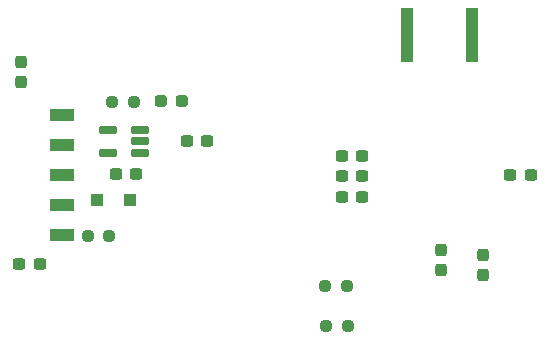
<source format=gbp>
%TF.GenerationSoftware,KiCad,Pcbnew,9.0.5+dfsg-1*%
%TF.CreationDate,2026-01-16T04:56:34+00:00*%
%TF.ProjectId,gps_2,6770735f-322e-46b6-9963-61645f706362,AA*%
%TF.SameCoordinates,Original*%
%TF.FileFunction,Paste,Bot*%
%TF.FilePolarity,Positive*%
%FSLAX46Y46*%
G04 Gerber Fmt 4.6, Leading zero omitted, Abs format (unit mm)*
G04 Created by KiCad (PCBNEW 9.0.5+dfsg-1) date 2026-01-16 04:56:34*
%MOMM*%
%LPD*%
G01*
G04 APERTURE LIST*
G04 Aperture macros list*
%AMRoundRect*
0 Rectangle with rounded corners*
0 $1 Rounding radius*
0 $2 $3 $4 $5 $6 $7 $8 $9 X,Y pos of 4 corners*
0 Add a 4 corners polygon primitive as box body*
4,1,4,$2,$3,$4,$5,$6,$7,$8,$9,$2,$3,0*
0 Add four circle primitives for the rounded corners*
1,1,$1+$1,$2,$3*
1,1,$1+$1,$4,$5*
1,1,$1+$1,$6,$7*
1,1,$1+$1,$8,$9*
0 Add four rect primitives between the rounded corners*
20,1,$1+$1,$2,$3,$4,$5,0*
20,1,$1+$1,$4,$5,$6,$7,0*
20,1,$1+$1,$6,$7,$8,$9,0*
20,1,$1+$1,$8,$9,$2,$3,0*%
G04 Aperture macros list end*
%ADD10R,1.000000X4.560000*%
%ADD11RoundRect,0.237500X0.287500X0.237500X-0.287500X0.237500X-0.287500X-0.237500X0.287500X-0.237500X0*%
%ADD12R,2.000000X1.000000*%
%ADD13RoundRect,0.237500X0.237500X-0.300000X0.237500X0.300000X-0.237500X0.300000X-0.237500X-0.300000X0*%
%ADD14RoundRect,0.250000X-0.300000X-0.300000X0.300000X-0.300000X0.300000X0.300000X-0.300000X0.300000X0*%
%ADD15RoundRect,0.237500X0.250000X0.237500X-0.250000X0.237500X-0.250000X-0.237500X0.250000X-0.237500X0*%
%ADD16RoundRect,0.162500X0.617500X0.162500X-0.617500X0.162500X-0.617500X-0.162500X0.617500X-0.162500X0*%
%ADD17RoundRect,0.237500X-0.300000X-0.237500X0.300000X-0.237500X0.300000X0.237500X-0.300000X0.237500X0*%
%ADD18RoundRect,0.237500X0.300000X0.237500X-0.300000X0.237500X-0.300000X-0.237500X0.300000X-0.237500X0*%
%ADD19RoundRect,0.237500X-0.250000X-0.237500X0.250000X-0.237500X0.250000X0.237500X-0.250000X0.237500X0*%
%ADD20RoundRect,0.237500X-0.237500X0.300000X-0.237500X-0.300000X0.237500X-0.300000X0.237500X0.300000X0*%
G04 APERTURE END LIST*
D10*
%TO.C,J3*%
X175947200Y-102362000D03*
X170407200Y-102362000D03*
%TD*%
D11*
%TO.C,F1*%
X151375000Y-107925000D03*
X149625000Y-107925000D03*
%TD*%
D12*
%TO.C,J1*%
X141250000Y-109150000D03*
X141250000Y-111690000D03*
X141250000Y-114230000D03*
X141250000Y-116770000D03*
X141250000Y-119310000D03*
%TD*%
D13*
%TO.C,C4*%
X137725000Y-106325000D03*
X137725000Y-104600000D03*
%TD*%
D14*
%TO.C,D4*%
X144175000Y-116300000D03*
X146975000Y-116300000D03*
%TD*%
D15*
%TO.C,R4*%
X145212500Y-119325000D03*
X143387500Y-119325000D03*
%TD*%
%TO.C,R7*%
X165412500Y-127000000D03*
X163587500Y-127000000D03*
%TD*%
D16*
%TO.C,U5*%
X147800000Y-110400000D03*
X147800000Y-111350000D03*
X147800000Y-112300000D03*
X145100000Y-112300000D03*
X145100000Y-110400000D03*
%TD*%
D17*
%TO.C,C3*%
X137617200Y-121767600D03*
X139342200Y-121767600D03*
%TD*%
%TO.C,C6*%
X145787500Y-114100000D03*
X147512500Y-114100000D03*
%TD*%
D18*
%TO.C,C2*%
X153492200Y-111353600D03*
X151767200Y-111353600D03*
%TD*%
D19*
%TO.C,R9*%
X145477500Y-107990000D03*
X147302500Y-107990000D03*
%TD*%
D15*
%TO.C,R8*%
X165352500Y-123620000D03*
X163527500Y-123620000D03*
%TD*%
D18*
%TO.C,C13*%
X180895000Y-114230000D03*
X179170000Y-114230000D03*
%TD*%
%TO.C,C8*%
X166612500Y-112590000D03*
X164887500Y-112590000D03*
%TD*%
%TO.C,C7*%
X166612500Y-116090000D03*
X164887500Y-116090000D03*
%TD*%
%TO.C,C1*%
X166612500Y-114290000D03*
X164887500Y-114290000D03*
%TD*%
D20*
%TO.C,C10*%
X176850000Y-120937500D03*
X176850000Y-122662500D03*
%TD*%
%TO.C,C9*%
X173285000Y-120517500D03*
X173285000Y-122242500D03*
%TD*%
M02*

</source>
